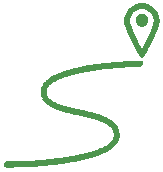
<source format=gbo>
G75*
%MOIN*%
%OFA0B0*%
%FSLAX24Y24*%
%IPPOS*%
%LPD*%
%AMOC8*
5,1,8,0,0,1.08239X$1,22.5*
%
%ADD10R,0.0266X0.0010*%
%ADD11R,0.0581X0.0010*%
%ADD12R,0.0787X0.0010*%
%ADD13R,0.0965X0.0010*%
%ADD14R,0.1112X0.0010*%
%ADD15R,0.1240X0.0010*%
%ADD16R,0.1358X0.0010*%
%ADD17R,0.1467X0.0010*%
%ADD18R,0.1565X0.0010*%
%ADD19R,0.1654X0.0010*%
%ADD20R,0.1732X0.0010*%
%ADD21R,0.1821X0.0010*%
%ADD22R,0.1880X0.0010*%
%ADD23R,0.1959X0.0010*%
%ADD24R,0.2008X0.0010*%
%ADD25R,0.2077X0.0010*%
%ADD26R,0.2126X0.0010*%
%ADD27R,0.2165X0.0010*%
%ADD28R,0.2195X0.0010*%
%ADD29R,0.1831X0.0010*%
%ADD30R,0.1535X0.0010*%
%ADD31R,0.1437X0.0010*%
%ADD32R,0.1289X0.0010*%
%ADD33R,0.1230X0.0010*%
%ADD34R,0.1171X0.0010*%
%ADD35R,0.1073X0.0010*%
%ADD36R,0.1024X0.0010*%
%ADD37R,0.0994X0.0010*%
%ADD38R,0.0955X0.0010*%
%ADD39R,0.0915X0.0010*%
%ADD40R,0.0886X0.0010*%
%ADD41R,0.0856X0.0010*%
%ADD42R,0.0827X0.0010*%
%ADD43R,0.0797X0.0010*%
%ADD44R,0.0768X0.0010*%
%ADD45R,0.0748X0.0010*%
%ADD46R,0.0719X0.0010*%
%ADD47R,0.0699X0.0010*%
%ADD48R,0.0679X0.0010*%
%ADD49R,0.0659X0.0010*%
%ADD50R,0.0640X0.0010*%
%ADD51R,0.0620X0.0010*%
%ADD52R,0.0600X0.0010*%
%ADD53R,0.0561X0.0010*%
%ADD54R,0.0551X0.0010*%
%ADD55R,0.0541X0.0010*%
%ADD56R,0.0522X0.0010*%
%ADD57R,0.0502X0.0010*%
%ADD58R,0.0492X0.0010*%
%ADD59R,0.0482X0.0010*%
%ADD60R,0.0463X0.0010*%
%ADD61R,0.0453X0.0010*%
%ADD62R,0.0443X0.0010*%
%ADD63R,0.0433X0.0010*%
%ADD64R,0.0413X0.0010*%
%ADD65R,0.0404X0.0010*%
%ADD66R,0.0394X0.0010*%
%ADD67R,0.0384X0.0010*%
%ADD68R,0.0374X0.0010*%
%ADD69R,0.0364X0.0010*%
%ADD70R,0.0354X0.0010*%
%ADD71R,0.0344X0.0010*%
%ADD72R,0.0335X0.0010*%
%ADD73R,0.0325X0.0010*%
%ADD74R,0.0315X0.0010*%
%ADD75R,0.0305X0.0010*%
%ADD76R,0.0295X0.0010*%
%ADD77R,0.0285X0.0010*%
%ADD78R,0.0276X0.0010*%
%ADD79R,0.0256X0.0010*%
%ADD80R,0.0236X0.0010*%
%ADD81R,0.0226X0.0010*%
%ADD82R,0.0217X0.0010*%
%ADD83R,0.0207X0.0010*%
%ADD84R,0.0197X0.0010*%
%ADD85R,0.0187X0.0010*%
%ADD86R,0.0177X0.0010*%
%ADD87R,0.0512X0.0010*%
%ADD88R,0.0669X0.0010*%
%ADD89R,0.0709X0.0010*%
%ADD90R,0.0728X0.0010*%
%ADD91R,0.0738X0.0010*%
%ADD92R,0.0758X0.0010*%
%ADD93R,0.0778X0.0010*%
%ADD94R,0.0689X0.0010*%
%ADD95R,0.0650X0.0010*%
%ADD96R,0.0630X0.0010*%
%ADD97R,0.0610X0.0010*%
%ADD98R,0.0591X0.0010*%
%ADD99R,0.0571X0.0010*%
%ADD100R,0.0531X0.0010*%
%ADD101R,0.0423X0.0010*%
%ADD102R,0.0246X0.0010*%
%ADD103R,0.0472X0.0010*%
%ADD104R,0.0817X0.0010*%
%ADD105R,0.0846X0.0010*%
%ADD106R,0.0876X0.0010*%
%ADD107R,0.0906X0.0010*%
%ADD108R,0.0945X0.0010*%
%ADD109R,0.0984X0.0010*%
%ADD110R,0.1014X0.0010*%
%ADD111R,0.1063X0.0010*%
%ADD112R,0.1122X0.0010*%
%ADD113R,0.1161X0.0010*%
%ADD114R,0.1299X0.0010*%
%ADD115R,0.1378X0.0010*%
%ADD116R,0.1604X0.0010*%
%ADD117R,0.1841X0.0010*%
%ADD118R,0.1801X0.0010*%
%ADD119R,0.1742X0.0010*%
%ADD120R,0.1683X0.0010*%
%ADD121R,0.1634X0.0010*%
%ADD122R,0.1486X0.0010*%
%ADD123R,0.1417X0.0010*%
%ADD124R,0.1329X0.0010*%
%ADD125R,0.1250X0.0010*%
%ADD126R,0.1152X0.0010*%
%ADD127R,0.1053X0.0010*%
%ADD128R,0.0935X0.0010*%
%ADD129R,0.0049X0.0010*%
%ADD130R,0.0089X0.0010*%
%ADD131R,0.0128X0.0010*%
%ADD132R,0.0138X0.0010*%
%ADD133R,0.0148X0.0010*%
%ADD134R,0.0167X0.0010*%
%ADD135R,0.0069X0.0010*%
%ADD136R,0.0157X0.0010*%
%ADD137R,0.0807X0.0010*%
D10*
X004431Y012424D03*
X005691Y014638D03*
X005701Y015229D03*
X005711Y015239D03*
X007837Y013831D03*
X007817Y013172D03*
X007807Y013162D03*
X008683Y015957D03*
X008831Y016223D03*
X008831Y017168D03*
X008487Y017640D03*
X008831Y017867D03*
D11*
X007325Y014087D03*
X007217Y012876D03*
X004559Y012433D03*
D12*
X004653Y012443D03*
X006602Y014284D03*
X006641Y014274D03*
X006828Y014225D03*
X006868Y014215D03*
X006651Y015622D03*
D13*
X004732Y012453D03*
D14*
X004796Y012463D03*
X006370Y012689D03*
D15*
X004860Y012473D03*
D16*
X004909Y012483D03*
X006080Y012650D03*
D17*
X004963Y012493D03*
X007522Y015760D03*
D18*
X008083Y015849D03*
X005012Y012502D03*
D19*
X005056Y012512D03*
X005785Y012620D03*
D20*
X005096Y012522D03*
D21*
X005140Y012532D03*
X007798Y015780D03*
D22*
X007876Y015790D03*
X005180Y012542D03*
D23*
X005219Y012552D03*
D24*
X005253Y012561D03*
D25*
X005288Y012571D03*
D26*
X005322Y012581D03*
D27*
X005362Y012591D03*
D28*
X005406Y012601D03*
D29*
X005647Y012611D03*
D30*
X005893Y012630D03*
D31*
X005992Y012640D03*
D32*
X006164Y012660D03*
D33*
X006233Y012670D03*
X007266Y015731D03*
D34*
X006302Y012680D03*
D35*
X006430Y012699D03*
D36*
X006494Y012709D03*
D37*
X006548Y012719D03*
D38*
X006607Y012729D03*
D39*
X006656Y012739D03*
D40*
X006710Y012748D03*
D41*
X006754Y012758D03*
D42*
X006799Y012768D03*
X008826Y017709D03*
D43*
X008447Y015928D03*
X006794Y014235D03*
X006754Y014244D03*
X006715Y014254D03*
X006676Y014264D03*
X006843Y012778D03*
D44*
X006887Y012788D03*
X006946Y014195D03*
X006562Y014294D03*
X006523Y014304D03*
D45*
X006927Y012798D03*
D46*
X006971Y012807D03*
X006528Y015593D03*
X008831Y017758D03*
D47*
X007128Y014146D03*
X007010Y012817D03*
D48*
X007050Y012827D03*
D49*
X007079Y012837D03*
X007197Y014126D03*
X008516Y015937D03*
X008831Y017778D03*
D50*
X007227Y014117D03*
X007119Y012847D03*
D51*
X007148Y012857D03*
X007266Y014107D03*
D52*
X007296Y014097D03*
X007187Y012867D03*
X008831Y017798D03*
D53*
X008831Y017807D03*
X007355Y014077D03*
X007246Y012886D03*
D54*
X007281Y012896D03*
X006119Y014422D03*
X006257Y015514D03*
D55*
X007384Y014067D03*
X007306Y012906D03*
D56*
X007335Y012916D03*
X007414Y014057D03*
D57*
X007365Y012926D03*
X006144Y015475D03*
D58*
X006031Y014451D03*
X007389Y012935D03*
X007468Y014038D03*
X008590Y015947D03*
D59*
X008831Y017827D03*
X007493Y014028D03*
X007414Y012945D03*
X006006Y014461D03*
D60*
X006095Y015455D03*
X007433Y012955D03*
D61*
X007458Y012965D03*
X007517Y014018D03*
X006070Y015445D03*
X005982Y014471D03*
D62*
X005957Y014481D03*
X006046Y015435D03*
X007542Y014008D03*
X007483Y012975D03*
X008831Y017837D03*
D63*
X007566Y013998D03*
X007507Y012985D03*
D64*
X007527Y012994D03*
X007606Y013979D03*
X007586Y013989D03*
X008826Y016361D03*
X008826Y017306D03*
X008826Y017315D03*
X008826Y017325D03*
X008826Y017335D03*
X006001Y015416D03*
X005913Y014500D03*
D65*
X005977Y015406D03*
X007552Y013004D03*
X008831Y016351D03*
X008831Y017266D03*
X008831Y017276D03*
X008831Y017286D03*
X008831Y017296D03*
X008831Y017345D03*
X008831Y017355D03*
X008831Y017365D03*
X008831Y017374D03*
X008605Y017699D03*
X009048Y017699D03*
D66*
X008826Y017847D03*
X008826Y017384D03*
X008826Y016341D03*
X007625Y013969D03*
X007566Y013014D03*
X005962Y015396D03*
X005893Y014510D03*
D67*
X005937Y015386D03*
X007591Y013024D03*
X008831Y016331D03*
X008831Y017246D03*
X008831Y017256D03*
X008831Y017394D03*
X008831Y017404D03*
D68*
X008826Y017237D03*
X007645Y013959D03*
X007665Y013949D03*
X007606Y013034D03*
X005923Y015376D03*
X005854Y014530D03*
X005873Y014520D03*
D69*
X007630Y013044D03*
X008831Y016311D03*
X008831Y016321D03*
X008831Y017227D03*
X008831Y017414D03*
X008831Y017424D03*
D70*
X008826Y017217D03*
X007684Y013939D03*
X007645Y013054D03*
X005834Y014540D03*
X005883Y015357D03*
X005903Y015367D03*
D71*
X005869Y015347D03*
X005819Y014550D03*
X007699Y013930D03*
X007660Y013063D03*
X008831Y016292D03*
X008831Y016302D03*
X008831Y017207D03*
X008831Y017433D03*
D72*
X008570Y017689D03*
X008826Y017857D03*
X009092Y017689D03*
X007714Y013920D03*
X007684Y013073D03*
X005805Y014559D03*
X005834Y015327D03*
X005854Y015337D03*
D73*
X005819Y015317D03*
X005790Y014569D03*
X007729Y013910D03*
X007699Y013083D03*
X008831Y016272D03*
X008831Y016282D03*
X008831Y017197D03*
X008831Y017443D03*
D74*
X008826Y017453D03*
X009112Y017680D03*
X007744Y013900D03*
X007714Y013093D03*
X005805Y015307D03*
D75*
X005790Y015298D03*
X005770Y014579D03*
X007729Y013103D03*
X007739Y013113D03*
X007758Y013890D03*
X008831Y016262D03*
X008831Y017187D03*
X008831Y017463D03*
X008546Y017680D03*
D76*
X008531Y017670D03*
X008826Y017178D03*
X009131Y017670D03*
X008826Y016252D03*
X007773Y013880D03*
X007783Y013870D03*
X007753Y013122D03*
X005775Y015288D03*
X005745Y014599D03*
X005755Y014589D03*
D77*
X005731Y014609D03*
X005750Y015268D03*
X005760Y015278D03*
X007798Y013861D03*
X007768Y013132D03*
X008831Y016243D03*
X008831Y017473D03*
X008516Y017660D03*
X009146Y017660D03*
D78*
X009161Y017650D03*
X008501Y017650D03*
X008826Y016233D03*
X007812Y013851D03*
X007822Y013841D03*
X007793Y013152D03*
X007783Y013142D03*
X005716Y014619D03*
X005706Y014628D03*
X005726Y015248D03*
X005736Y015258D03*
D79*
X005686Y014648D03*
X007842Y013821D03*
X007852Y013811D03*
X007862Y013802D03*
X007852Y013201D03*
X007842Y013191D03*
X007832Y013181D03*
X008826Y017483D03*
X009171Y017640D03*
X009181Y017630D03*
D80*
X009200Y017611D03*
X009210Y017601D03*
X009220Y017591D03*
X007871Y013792D03*
X007881Y013782D03*
X007891Y013772D03*
X007891Y013241D03*
X007881Y013231D03*
X007871Y013221D03*
X007862Y013211D03*
X005657Y014678D03*
X005647Y014687D03*
X005637Y014697D03*
D81*
X005632Y014707D03*
X005622Y014717D03*
X005642Y015170D03*
X005652Y015180D03*
X007896Y013762D03*
X007906Y013752D03*
X007916Y013733D03*
X007906Y013260D03*
X007896Y013250D03*
X008831Y016183D03*
X008831Y016193D03*
X008831Y017148D03*
X008831Y017493D03*
X008447Y017601D03*
X008437Y017591D03*
X009225Y017581D03*
X009235Y017571D03*
D82*
X009240Y017561D03*
X009249Y017552D03*
X008432Y017581D03*
X008423Y017571D03*
X008413Y017552D03*
X007911Y013743D03*
X007921Y013723D03*
X007931Y013713D03*
X007921Y013280D03*
X007911Y013270D03*
X005637Y015160D03*
X005627Y015150D03*
X005618Y015140D03*
X005618Y015130D03*
X005608Y015120D03*
X005608Y014737D03*
X005618Y014727D03*
D83*
X005603Y014746D03*
X005603Y014756D03*
X005593Y014766D03*
X005593Y015091D03*
X005603Y015111D03*
X007935Y013703D03*
X007935Y013693D03*
X007945Y013683D03*
X007945Y013319D03*
X007935Y013309D03*
X007935Y013300D03*
X007926Y013290D03*
X008831Y016174D03*
X008723Y016370D03*
X008713Y016380D03*
X008713Y016390D03*
X008703Y016400D03*
X008703Y016410D03*
X008693Y016420D03*
X008683Y016439D03*
X008674Y016459D03*
X008664Y016479D03*
X008654Y016498D03*
X008644Y016518D03*
X008634Y016528D03*
X008634Y016538D03*
X008624Y016548D03*
X008624Y016557D03*
X008615Y016567D03*
X008615Y016577D03*
X008605Y016587D03*
X008605Y016597D03*
X008595Y016607D03*
X008595Y016617D03*
X008585Y016626D03*
X008585Y016636D03*
X008575Y016656D03*
X008565Y016676D03*
X008556Y016695D03*
X008546Y016715D03*
X008536Y016735D03*
X008526Y016754D03*
X008516Y016774D03*
X008506Y016794D03*
X008989Y016469D03*
X008989Y016459D03*
X008979Y016449D03*
X008979Y016439D03*
X008969Y016430D03*
X008969Y016420D03*
X008959Y016410D03*
X008959Y016400D03*
X008949Y016390D03*
X008939Y016370D03*
X008998Y016479D03*
X009008Y016498D03*
X009018Y016518D03*
X009028Y016538D03*
X009038Y016557D03*
X009048Y016577D03*
X009057Y016597D03*
X009067Y016617D03*
X009077Y016636D03*
X009087Y016656D03*
X009097Y016676D03*
X009107Y016695D03*
X009117Y016715D03*
X009126Y016735D03*
X009166Y016823D03*
X009176Y016843D03*
X009264Y017522D03*
X009264Y017532D03*
X009254Y017542D03*
X008418Y017561D03*
X008408Y017542D03*
X008398Y017532D03*
X008388Y017512D03*
D84*
X008383Y017502D03*
X008383Y017493D03*
X008373Y017483D03*
X008373Y017473D03*
X008364Y017453D03*
X008393Y017522D03*
X008383Y017099D03*
X008393Y017069D03*
X008403Y017040D03*
X008413Y017020D03*
X008413Y017010D03*
X008423Y016991D03*
X008423Y016981D03*
X008432Y016971D03*
X008432Y016961D03*
X008442Y016951D03*
X008442Y016941D03*
X008442Y016931D03*
X008452Y016922D03*
X008452Y016912D03*
X008462Y016902D03*
X008462Y016892D03*
X008472Y016882D03*
X008472Y016872D03*
X008472Y016863D03*
X008482Y016853D03*
X008482Y016843D03*
X008492Y016833D03*
X008492Y016823D03*
X008501Y016813D03*
X008501Y016804D03*
X008511Y016784D03*
X008521Y016764D03*
X008531Y016744D03*
X008541Y016725D03*
X008551Y016705D03*
X008560Y016685D03*
X008570Y016666D03*
X008580Y016646D03*
X008649Y016508D03*
X008659Y016489D03*
X008669Y016469D03*
X008679Y016449D03*
X008688Y016430D03*
X008826Y016164D03*
X008944Y016380D03*
X009003Y016489D03*
X009013Y016508D03*
X009023Y016528D03*
X009033Y016548D03*
X009043Y016567D03*
X009053Y016587D03*
X009062Y016607D03*
X009072Y016626D03*
X009082Y016646D03*
X009092Y016666D03*
X009102Y016685D03*
X009112Y016705D03*
X009121Y016725D03*
X009131Y016744D03*
X009131Y016754D03*
X009141Y016764D03*
X009141Y016774D03*
X009151Y016784D03*
X009151Y016794D03*
X009161Y016804D03*
X009161Y016813D03*
X009171Y016833D03*
X009181Y016853D03*
X009181Y016863D03*
X009190Y016872D03*
X009190Y016882D03*
X009200Y016892D03*
X009200Y016902D03*
X009210Y016912D03*
X009210Y016922D03*
X009210Y016931D03*
X009220Y016941D03*
X009220Y016951D03*
X009230Y016961D03*
X009230Y016971D03*
X009240Y016991D03*
X009240Y017000D03*
X009249Y017020D03*
X009259Y017040D03*
X009259Y017050D03*
X009269Y017069D03*
X009279Y017099D03*
X009289Y017128D03*
X009299Y017443D03*
X009299Y017453D03*
X009289Y017473D03*
X009289Y017483D03*
X009279Y017493D03*
X009279Y017502D03*
X009269Y017512D03*
X008826Y017502D03*
X007950Y013674D03*
X007950Y013664D03*
X007960Y013654D03*
X007960Y013644D03*
X007970Y013624D03*
X007970Y013615D03*
X007970Y013378D03*
X007960Y013359D03*
X007960Y013349D03*
X007950Y013339D03*
X007950Y013329D03*
X005588Y014776D03*
X005588Y014786D03*
X005578Y014796D03*
X005578Y014806D03*
X005578Y015061D03*
X005578Y015071D03*
X005588Y015081D03*
X005598Y015101D03*
D85*
X005573Y015052D03*
X005573Y015042D03*
X005563Y015032D03*
X005563Y015022D03*
X005563Y015012D03*
X005563Y015002D03*
X005554Y014983D03*
X005554Y014973D03*
X005554Y014963D03*
X005554Y014953D03*
X005554Y014943D03*
X005554Y014933D03*
X005554Y014924D03*
X005554Y014914D03*
X005554Y014904D03*
X005554Y014894D03*
X005563Y014865D03*
X005563Y014855D03*
X005563Y014845D03*
X005563Y014835D03*
X005573Y014825D03*
X005573Y014815D03*
X007965Y013634D03*
X007975Y013605D03*
X007975Y013595D03*
X007975Y013585D03*
X007985Y013565D03*
X007985Y013556D03*
X007985Y013546D03*
X007985Y013536D03*
X007985Y013526D03*
X007985Y013516D03*
X007985Y013457D03*
X007985Y013447D03*
X007985Y013437D03*
X007985Y013428D03*
X007985Y013418D03*
X007975Y013408D03*
X007975Y013398D03*
X007975Y013388D03*
X007965Y013369D03*
X008831Y016154D03*
X009235Y016981D03*
X009244Y017010D03*
X009254Y017030D03*
X009264Y017059D03*
X009274Y017079D03*
X009274Y017089D03*
X009284Y017109D03*
X009284Y017119D03*
X009294Y017138D03*
X009294Y017148D03*
X009294Y017158D03*
X009304Y017168D03*
X009304Y017178D03*
X009304Y017187D03*
X009304Y017197D03*
X009313Y017207D03*
X009313Y017217D03*
X009313Y017227D03*
X009313Y017237D03*
X009323Y017266D03*
X009323Y017276D03*
X009323Y017286D03*
X009323Y017296D03*
X009323Y017306D03*
X009323Y017315D03*
X009323Y017325D03*
X009323Y017335D03*
X009313Y017374D03*
X009313Y017384D03*
X009313Y017394D03*
X009313Y017404D03*
X009304Y017424D03*
X009304Y017433D03*
X009294Y017463D03*
X008831Y017138D03*
X008418Y017000D03*
X008408Y017030D03*
X008398Y017050D03*
X008398Y017059D03*
X008388Y017079D03*
X008388Y017089D03*
X008378Y017109D03*
X008378Y017119D03*
X008369Y017128D03*
X008369Y017138D03*
X008369Y017148D03*
X008359Y017158D03*
X008359Y017168D03*
X008359Y017178D03*
X008359Y017187D03*
X008349Y017197D03*
X008349Y017207D03*
X008349Y017217D03*
X008349Y017227D03*
X008339Y017256D03*
X008339Y017266D03*
X008339Y017276D03*
X008339Y017286D03*
X008339Y017296D03*
X008339Y017306D03*
X008339Y017315D03*
X008339Y017325D03*
X008339Y017335D03*
X008339Y017345D03*
X008339Y017355D03*
X008339Y017365D03*
X008349Y017394D03*
X008349Y017404D03*
X008349Y017414D03*
X008359Y017424D03*
X008359Y017433D03*
X008359Y017443D03*
X008369Y017463D03*
D86*
X008344Y017384D03*
X008344Y017374D03*
X008344Y017246D03*
X008344Y017237D03*
X008826Y016144D03*
X009318Y017246D03*
X009318Y017256D03*
X009318Y017345D03*
X009318Y017355D03*
X009318Y017365D03*
X009308Y017414D03*
X007980Y013575D03*
X007990Y013506D03*
X007990Y013496D03*
X007990Y013487D03*
X007990Y013477D03*
X007990Y013467D03*
X005558Y014874D03*
X005558Y014884D03*
X005558Y014993D03*
D87*
X006060Y014441D03*
X006169Y015485D03*
X007438Y014048D03*
D88*
X007163Y014136D03*
X006454Y015573D03*
X006306Y014363D03*
D89*
X006375Y014343D03*
X007094Y014156D03*
D90*
X007055Y014166D03*
X006415Y014333D03*
D91*
X006449Y014323D03*
X007020Y014176D03*
X006567Y015603D03*
X008831Y017748D03*
D92*
X008831Y017739D03*
X006981Y014185D03*
X006489Y014313D03*
X006607Y015613D03*
D93*
X006902Y014205D03*
X008831Y017729D03*
D94*
X008826Y017768D03*
X006494Y015583D03*
X006346Y014353D03*
D95*
X006277Y014372D03*
X006415Y015563D03*
D96*
X006385Y015554D03*
X006238Y014382D03*
X008826Y017788D03*
D97*
X006346Y015544D03*
X006208Y014392D03*
D98*
X006179Y014402D03*
X006316Y015534D03*
D99*
X006287Y015524D03*
X006149Y014412D03*
D100*
X006090Y014431D03*
X006198Y015494D03*
X006228Y015504D03*
X008826Y017817D03*
D101*
X006026Y015426D03*
X005937Y014491D03*
D102*
X005672Y014658D03*
X005662Y014668D03*
X005662Y015189D03*
X005672Y015199D03*
X005681Y015209D03*
X005691Y015219D03*
X008457Y017611D03*
X008467Y017620D03*
X008477Y017630D03*
X008831Y017158D03*
X009195Y017620D03*
X008831Y016213D03*
X008831Y016203D03*
D103*
X006119Y015465D03*
D104*
X006695Y015632D03*
D105*
X006740Y015642D03*
D106*
X006784Y015652D03*
D107*
X006838Y015662D03*
D108*
X006887Y015672D03*
D109*
X006946Y015681D03*
D110*
X007000Y015691D03*
D111*
X007064Y015701D03*
D112*
X007123Y015711D03*
D113*
X007192Y015721D03*
D114*
X007340Y015741D03*
D115*
X007429Y015750D03*
D116*
X007630Y015770D03*
D117*
X007906Y015800D03*
D118*
X007945Y015809D03*
D119*
X007975Y015819D03*
D120*
X008014Y015829D03*
D121*
X008049Y015839D03*
D122*
X008122Y015859D03*
D123*
X008157Y015869D03*
D124*
X008201Y015878D03*
D125*
X008241Y015888D03*
D126*
X008290Y015898D03*
D127*
X008339Y015908D03*
D128*
X008388Y015918D03*
D129*
X008831Y016085D03*
D130*
X008831Y016095D03*
X008831Y017522D03*
D131*
X008831Y016105D03*
D132*
X008826Y016115D03*
D133*
X008831Y016124D03*
X008831Y017128D03*
D134*
X008831Y016134D03*
D135*
X008831Y017119D03*
D136*
X008826Y017512D03*
X008826Y017876D03*
D137*
X008826Y017719D03*
M02*

</source>
